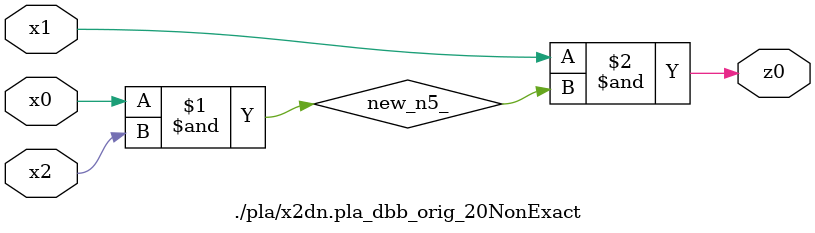
<source format=v>

module \./pla/x2dn.pla_dbb_orig_20NonExact  ( 
    x0, x1, x2,
    z0  );
  input  x0, x1, x2;
  output z0;
  wire new_n5_;
  assign new_n5_ = x0 & x2;
  assign z0 = x1 & new_n5_;
endmodule



</source>
